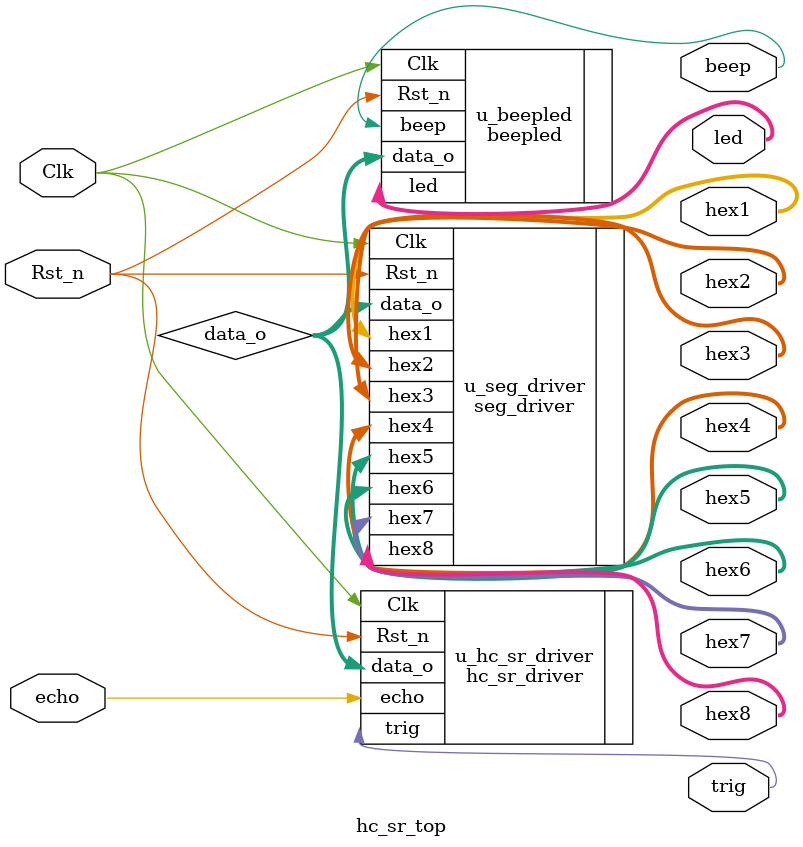
<source format=v>
/*
---------------------------------------------------------
    Name:       hc_sr_top
    Author:     欧阳紫樱
    Date:       2023-5-27
    Time:       20:33
---------------------------------------------------------
    Software:   
                VS Code
*/
module hc_sr_top (
    input   wire        Clk     ,
    input   wire        Rst_n   ,
    input   wire        echo    ,

    output  wire        trig    ,
    output  wire [6:0]  hex1    ,
    output  wire [6:0]  hex2    ,
    output  wire [6:0]  hex3    ,
    output  wire [6:0]  hex4    ,
    output  wire [6:0]  hex5    ,
    output  wire [6:0]  hex6    ,
    output  wire [6:0]  hex7    ,
    output  wire [6:0]  hex8    ,
    output  wire        beep    ,
    output  wire [3:0]  led 
);

wire    [18:0]  data_o;

hc_sr_driver u_hc_sr_driver(
    .Clk        (Clk        ),
    .Rst_n      (Rst_n      ),
    .echo       (echo       ),

    .trig       (trig       ),
    .data_o     (data_o     )
);

seg_driver u_seg_driver(
    .Clk        (Clk        ),
    .Rst_n      (Rst_n      ),
    .data_o     (data_o     ),

    .hex1       (hex1),
    .hex2       (hex2),
    .hex3       (hex3),
    .hex4       (hex4),
    .hex5       (hex5),
    .hex6       (hex6),
    .hex7       (hex7),
    .hex8       (hex8) 
);

beepled u_beepled(
    .Clk        (Clk)   ,
    .Rst_n      (Rst_n) ,
    .data_o     (data_o),
    .beep       (beep)  ,
    .led        (led)
);
endmodule
</source>
